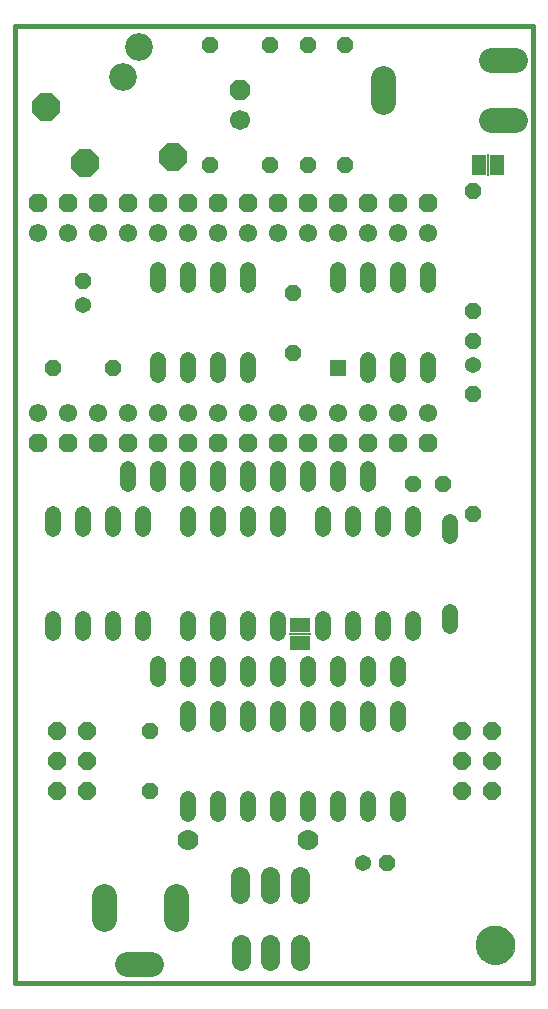
<source format=gts>
G75*
%MOIN*%
%OFA0B0*%
%FSLAX24Y24*%
%IPPOS*%
%LPD*%
%AMOC8*
5,1,8,0,0,1.08239X$1,22.5*
%
%ADD10C,0.0160*%
%ADD11C,0.0000*%
%ADD12C,0.1300*%
%ADD13OC8,0.0520*%
%ADD14OC8,0.0925*%
%ADD15C,0.0925*%
%ADD16C,0.0520*%
%ADD17OC8,0.0670*%
%ADD18C,0.0670*%
%ADD19OC8,0.0540*%
%ADD20C,0.0540*%
%ADD21C,0.0820*%
%ADD22R,0.0520X0.0520*%
%ADD23C,0.0610*%
%ADD24C,0.0827*%
%ADD25C,0.0640*%
%ADD26OC8,0.0580*%
%ADD27C,0.0631*%
%ADD28C,0.0700*%
%ADD29OC8,0.0631*%
%ADD30R,0.0500X0.0670*%
%ADD31R,0.0060X0.0720*%
%ADD32R,0.0670X0.0500*%
%ADD33R,0.0720X0.0060*%
D10*
X001330Y000595D02*
X001330Y032466D01*
X018575Y032466D01*
X018575Y000595D01*
X001330Y000595D01*
D11*
X016700Y001845D02*
X016702Y001895D01*
X016708Y001945D01*
X016718Y001994D01*
X016732Y002042D01*
X016749Y002089D01*
X016770Y002134D01*
X016795Y002178D01*
X016823Y002219D01*
X016855Y002258D01*
X016889Y002295D01*
X016926Y002329D01*
X016966Y002359D01*
X017008Y002386D01*
X017052Y002410D01*
X017098Y002431D01*
X017145Y002447D01*
X017193Y002460D01*
X017243Y002469D01*
X017292Y002474D01*
X017343Y002475D01*
X017393Y002472D01*
X017442Y002465D01*
X017491Y002454D01*
X017539Y002439D01*
X017585Y002421D01*
X017630Y002399D01*
X017673Y002373D01*
X017714Y002344D01*
X017753Y002312D01*
X017789Y002277D01*
X017821Y002239D01*
X017851Y002199D01*
X017878Y002156D01*
X017901Y002112D01*
X017920Y002066D01*
X017936Y002018D01*
X017948Y001969D01*
X017956Y001920D01*
X017960Y001870D01*
X017960Y001820D01*
X017956Y001770D01*
X017948Y001721D01*
X017936Y001672D01*
X017920Y001624D01*
X017901Y001578D01*
X017878Y001534D01*
X017851Y001491D01*
X017821Y001451D01*
X017789Y001413D01*
X017753Y001378D01*
X017714Y001346D01*
X017673Y001317D01*
X017630Y001291D01*
X017585Y001269D01*
X017539Y001251D01*
X017491Y001236D01*
X017442Y001225D01*
X017393Y001218D01*
X017343Y001215D01*
X017292Y001216D01*
X017243Y001221D01*
X017193Y001230D01*
X017145Y001243D01*
X017098Y001259D01*
X017052Y001280D01*
X017008Y001304D01*
X016966Y001331D01*
X016926Y001361D01*
X016889Y001395D01*
X016855Y001432D01*
X016823Y001471D01*
X016795Y001512D01*
X016770Y001556D01*
X016749Y001601D01*
X016732Y001648D01*
X016718Y001696D01*
X016708Y001745D01*
X016702Y001795D01*
X016700Y001845D01*
D12*
X017330Y001845D03*
D13*
X016580Y016220D03*
X015580Y017220D03*
X014580Y017220D03*
X016580Y020220D03*
X016580Y022970D03*
X016580Y026970D03*
X012330Y027845D03*
X011080Y027845D03*
X009830Y027845D03*
X007830Y027845D03*
X007830Y031845D03*
X009830Y031845D03*
X011080Y031845D03*
X012330Y031845D03*
X010580Y023595D03*
X010580Y021595D03*
X004580Y021095D03*
X002580Y021095D03*
X005830Y008970D03*
X005830Y006970D03*
D14*
X003640Y027915D03*
X002360Y029765D03*
X006590Y028125D03*
D15*
X004900Y030785D03*
X005450Y031775D03*
D16*
X006080Y024335D02*
X006080Y023855D01*
X007080Y023855D02*
X007080Y024335D01*
X008080Y024335D02*
X008080Y023855D01*
X009080Y023855D02*
X009080Y024335D01*
X009080Y021335D02*
X009080Y020855D01*
X008080Y020855D02*
X008080Y021335D01*
X007080Y021335D02*
X007080Y020855D01*
X006080Y020855D02*
X006080Y021335D01*
X006080Y017710D02*
X006080Y017230D01*
X005580Y016200D02*
X005580Y015720D01*
X004580Y015720D02*
X004580Y016200D01*
X005080Y017230D02*
X005080Y017710D01*
X003580Y016200D02*
X003580Y015720D01*
X002580Y015720D02*
X002580Y016200D01*
X002580Y012720D02*
X002580Y012240D01*
X003580Y012240D02*
X003580Y012720D01*
X004580Y012720D02*
X004580Y012240D01*
X005580Y012240D02*
X005580Y012720D01*
X006080Y011210D02*
X006080Y010730D01*
X007080Y010730D02*
X007080Y011210D01*
X007080Y012240D02*
X007080Y012720D01*
X008080Y012720D02*
X008080Y012240D01*
X008080Y011210D02*
X008080Y010730D01*
X008080Y009710D02*
X008080Y009230D01*
X007080Y009230D02*
X007080Y009710D01*
X007080Y006710D02*
X007080Y006230D01*
X008080Y006230D02*
X008080Y006710D01*
X009080Y006710D02*
X009080Y006230D01*
X010080Y006230D02*
X010080Y006710D01*
X011080Y006710D02*
X011080Y006230D01*
X012080Y006230D02*
X012080Y006710D01*
X013080Y006710D02*
X013080Y006230D01*
X014080Y006230D02*
X014080Y006710D01*
X014080Y009230D02*
X014080Y009710D01*
X014080Y010730D02*
X014080Y011210D01*
X013580Y012240D02*
X013580Y012720D01*
X014580Y012720D02*
X014580Y012240D01*
X015830Y012480D02*
X015830Y012960D01*
X015830Y015480D02*
X015830Y015960D01*
X014580Y015720D02*
X014580Y016200D01*
X013580Y016200D02*
X013580Y015720D01*
X013080Y017230D02*
X013080Y017710D01*
X012080Y017710D02*
X012080Y017230D01*
X011580Y016200D02*
X011580Y015720D01*
X011080Y017230D02*
X011080Y017710D01*
X010080Y017710D02*
X010080Y017230D01*
X010080Y016200D02*
X010080Y015720D01*
X009080Y015720D02*
X009080Y016200D01*
X009080Y017230D02*
X009080Y017710D01*
X008080Y017710D02*
X008080Y017230D01*
X008080Y016200D02*
X008080Y015720D01*
X007080Y015720D02*
X007080Y016200D01*
X007080Y017230D02*
X007080Y017710D01*
X009080Y012720D02*
X009080Y012240D01*
X009080Y011210D02*
X009080Y010730D01*
X009080Y009710D02*
X009080Y009230D01*
X010080Y009230D02*
X010080Y009710D01*
X010080Y010730D02*
X010080Y011210D01*
X010080Y012240D02*
X010080Y012720D01*
X011080Y011210D02*
X011080Y010730D01*
X011080Y009710D02*
X011080Y009230D01*
X012080Y009230D02*
X012080Y009710D01*
X012080Y010730D02*
X012080Y011210D01*
X011580Y012240D02*
X011580Y012720D01*
X012580Y012720D02*
X012580Y012240D01*
X013080Y011210D02*
X013080Y010730D01*
X013080Y009710D02*
X013080Y009230D01*
X012580Y015720D02*
X012580Y016200D01*
X013080Y020855D02*
X013080Y021335D01*
X014080Y021335D02*
X014080Y020855D01*
X015080Y020855D02*
X015080Y021335D01*
X015080Y023855D02*
X015080Y024335D01*
X014080Y024335D02*
X014080Y023855D01*
X013080Y023855D02*
X013080Y024335D01*
X012080Y024335D02*
X012080Y023855D01*
D17*
X008830Y030345D03*
D18*
X008830Y029345D03*
D19*
X003580Y023995D03*
X013730Y004595D03*
X016580Y021995D03*
D20*
X016580Y021195D03*
X012930Y004595D03*
X003580Y023195D03*
D21*
X013580Y029955D02*
X013580Y030735D01*
X017190Y031345D02*
X017970Y031345D01*
X017970Y029345D02*
X017190Y029345D01*
D22*
X012080Y021095D03*
D23*
X012080Y019595D03*
X013080Y019595D03*
X014080Y019595D03*
X015080Y019595D03*
X011080Y019595D03*
X010080Y019595D03*
X009080Y019595D03*
X008080Y019595D03*
X007080Y019595D03*
X006080Y019595D03*
X005080Y019595D03*
X004080Y019595D03*
X003080Y019595D03*
X002080Y019595D03*
X002080Y025595D03*
X003080Y025595D03*
X004080Y025595D03*
X005080Y025595D03*
X006080Y025595D03*
X007080Y025595D03*
X008080Y025595D03*
X009080Y025595D03*
X010080Y025595D03*
X011080Y025595D03*
X012080Y025595D03*
X013080Y025595D03*
X014080Y025595D03*
X015080Y025595D03*
D24*
X006675Y003489D02*
X006675Y002701D01*
X005849Y001205D02*
X005061Y001205D01*
X004274Y002701D02*
X004274Y003489D01*
D25*
X008830Y003545D02*
X008830Y004145D01*
X009830Y004145D02*
X009830Y003545D01*
X010830Y003545D02*
X010830Y004145D01*
D26*
X016205Y006970D03*
X016205Y007970D03*
X016205Y008970D03*
X017205Y008970D03*
X017205Y007970D03*
X017205Y006970D03*
X003705Y006970D03*
X003705Y007970D03*
X003705Y008970D03*
X002705Y008970D03*
X002705Y007970D03*
X002705Y006970D03*
D27*
X008846Y001890D02*
X008846Y001300D01*
X009830Y001300D02*
X009830Y001890D01*
X010814Y001890D02*
X010814Y001300D01*
D28*
X011080Y005345D03*
X007080Y005345D03*
D29*
X007080Y018595D03*
X006080Y018595D03*
X005080Y018595D03*
X004080Y018595D03*
X003080Y018595D03*
X002080Y018595D03*
X002080Y026595D03*
X003080Y026595D03*
X004080Y026595D03*
X005080Y026595D03*
X006080Y026595D03*
X007080Y026595D03*
X008080Y026595D03*
X009080Y026595D03*
X010080Y026595D03*
X011080Y026595D03*
X012080Y026595D03*
X013080Y026595D03*
X014080Y026595D03*
X015080Y026595D03*
X015080Y018595D03*
X014080Y018595D03*
X013080Y018595D03*
X012080Y018595D03*
X011080Y018595D03*
X010080Y018595D03*
X009080Y018595D03*
X008080Y018595D03*
D30*
X016780Y027845D03*
X017380Y027845D03*
D31*
X017080Y027845D03*
D32*
X010830Y012520D03*
X010830Y011920D03*
D33*
X010830Y012220D03*
M02*

</source>
